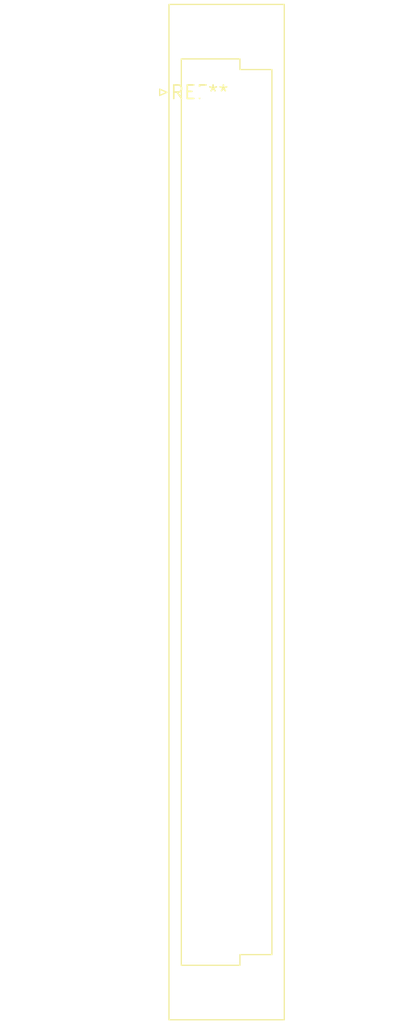
<source format=kicad_pcb>
(kicad_pcb (version 20240108) (generator pcbnew)
  (layers (0 "F.Cu" signal) (31 "B.Cu" signal) (34 "B.Paste" user) (35 "F.Paste" user) (36 "B.SilkS" user "B.Silkscreen") (37 "F.SilkS" user "F.Silkscreen") (38 "B.Mask" user) (39 "F.Mask" user) (44 "Edge.Cuts" user))
  (net 0 "")
  (footprint "DIN41612_C_2x32_Female_Vertical_THT" (layer "F.Cu") (at 0 0)
    (property "Reference" "REF**")
    (property "Value" "DIN41612_C_2x32_Female_Vertical_THT")
    (fp_line (start -3.74 -0.3) (end -3.74 0.3) (layer "F.SilkS") (stroke (width 0.12)))
    (fp_line (start -3.74 0.3) (end -3.06 0) (layer "F.SilkS") (stroke (width 0.12)))
    (fp_line (start -3.06 0) (end -3.74 -0.3) (layer "F.SilkS") (stroke (width 0.12)))
    (fp_line (start -2.87 -8.24) (end 7.95 -8.24) (layer "F.SilkS") (stroke (width 0.12)))
    (fp_line (start -2.87 86.98) (end -2.87 -8.24) (layer "F.SilkS") (stroke (width 0.12)))
    (fp_line (start -1.71 -3.131) (end 3.79 -3.131) (layer "F.SilkS") (stroke (width 0.12)))
    (fp_line (start -1.71 81.87) (end -1.71 -3.131) (layer "F.SilkS") (stroke (width 0.12)))
    (fp_line (start 3.79 -3.131) (end 3.79 -2.131) (layer "F.SilkS") (stroke (width 0.12)))
    (fp_line (start 3.79 -2.131) (end 6.79 -2.131) (layer "F.SilkS") (stroke (width 0.12)))
    (fp_line (start 3.79 80.87) (end 3.79 81.87) (layer "F.SilkS") (stroke (width 0.12)))
    (fp_line (start 3.79 81.87) (end -1.71 81.87) (layer "F.SilkS") (stroke (width 0.12)))
    (fp_line (start 6.79 -2.131) (end 6.79 80.87) (layer "F.SilkS") (stroke (width 0.12)))
    (fp_line (start 6.79 80.87) (end 3.79 80.87) (layer "F.SilkS") (stroke (width 0.12)))
    (fp_line (start 7.95 -8.24) (end 7.95 86.98) (layer "F.SilkS") (stroke (width 0.12)))
    (fp_line (start 7.95 86.98) (end -2.87 86.98) (layer "F.SilkS") (stroke (width 0.12)))
    (pad "" np_thru_hole circle (at 2.24 -5.63) (size 2.85 2.85) (drill 2.85) (layers *.Cu *.Mask))
    (pad "" np_thru_hole circle (at 2.24 84.37) (size 2.85 2.85) (drill 2.85) (layers *.Cu *.Mask))
    (pad "a1" thru_hole roundrect (at 0 0) (size 1.55 1.55) (drill 1) (layers *.Cu *.Mask) (remove_unused_layers) (roundrect_rratio 0.16129))
    (pad "a2" thru_hole circle (at 0 2.54) (size 1.55 1.55) (drill 1) (layers *.Cu *.Mask) (remove_unused_layers))
    (pad "a3" thru_hole circle (at 0 5.08) (size 1.55 1.55) (drill 1) (layers *.Cu *.Mask) (remove_unused_layers))
    (pad "a4" thru_hole circle (at 0 7.62) (size 1.55 1.55) (drill 1) (layers *.Cu *.Mask) (remove_unused_layers))
    (pad "a5" thru_hole circle (at 0 10.16) (size 1.55 1.55) (drill 1) (layers *.Cu *.Mask) (remove_unused_layers))
    (pad "a6" thru_hole circle (at 0 12.7) (size 1.55 1.55) (drill 1) (layers *.Cu *.Mask) (remove_unused_layers))
    (pad "a7" thru_hole circle (at 0 15.24) (size 1.55 1.55) (drill 1) (layers *.Cu *.Mask) (remove_unused_layers))
    (pad "a8" thru_hole circle (at 0 17.78) (size 1.55 1.55) (drill 1) (layers *.Cu *.Mask) (remove_unused_layers))
    (pad "a9" thru_hole circle (at 0 20.32) (size 1.55 1.55) (drill 1) (layers *.Cu *.Mask) (remove_unused_layers))
    (pad "a10" thru_hole circle (at 0 22.86) (size 1.55 1.55) (drill 1) (layers *.Cu *.Mask) (remove_unused_layers))
    (pad "a11" thru_hole circle (at 0 25.4) (size 1.55 1.55) (drill 1) (layers *.Cu *.Mask) (remove_unused_layers))
    (pad "a12" thru_hole circle (at 0 27.94) (size 1.55 1.55) (drill 1) (layers *.Cu *.Mask) (remove_unused_layers))
    (pad "a13" thru_hole circle (at 0 30.48) (size 1.55 1.55) (drill 1) (layers *.Cu *.Mask) (remove_unused_layers))
    (pad "a14" thru_hole circle (at 0 33.02) (size 1.55 1.55) (drill 1) (layers *.Cu *.Mask) (remove_unused_layers))
    (pad "a15" thru_hole circle (at 0 35.56) (size 1.55 1.55) (drill 1) (layers *.Cu *.Mask) (remove_unused_layers))
    (pad "a16" thru_hole circle (at 0 38.1) (size 1.55 1.55) (drill 1) (layers *.Cu *.Mask) (remove_unused_layers))
    (pad "a17" thru_hole circle (at 0 40.64) (size 1.55 1.55) (drill 1) (layers *.Cu *.Mask) (remove_unused_layers))
    (pad "a18" thru_hole circle (at 0 43.18) (size 1.55 1.55) (drill 1) (layers *.Cu *.Mask) (remove_unused_layers))
    (pad "a19" thru_hole circle (at 0 45.72) (size 1.55 1.55) (drill 1) (layers *.Cu *.Mask) (remove_unused_layers))
    (pad "a20" thru_hole circle (at 0 48.26) (size 1.55 1.55) (drill 1) (layers *.Cu *.Mask) (remove_unused_layers))
    (pad "a21" thru_hole circle (at 0 50.8) (size 1.55 1.55) (drill 1) (layers *.Cu *.Mask) (remove_unused_layers))
    (pad "a22" thru_hole circle (at 0 53.34) (size 1.55 1.55) (drill 1) (layers *.Cu *.Mask) (remove_unused_layers))
    (pad "a23" thru_hole circle (at 0 55.88) (size 1.55 1.55) (drill 1) (layers *.Cu *.Mask) (remove_unused_layers))
    (pad "a24" thru_hole circle (at 0 58.42) (size 1.55 1.55) (drill 1) (layers *.Cu *.Mask) (remove_unused_layers))
    (pad "a25" thru_hole circle (at 0 60.96) (size 1.55 1.55) (drill 1) (layers *.Cu *.Mask) (remove_unused_layers))
    (pad "a26" thru_hole circle (at 0 63.5) (size 1.55 1.55) (drill 1) (layers *.Cu *.Mask) (remove_unused_layers))
    (pad "a27" thru_hole circle (at 0 66.04) (size 1.55 1.55) (drill 1) (layers *.Cu *.Mask) (remove_unused_layers))
    (pad "a28" thru_hole circle (at 0 68.58) (size 1.55 1.55) (drill 1) (layers *.Cu *.Mask) (remove_unused_layers))
    (pad "a29" thru_hole circle (at 0 71.12) (size 1.55 1.55) (drill 1) (layers *.Cu *.Mask) (remove_unused_layers))
    (pad "a30" thru_hole circle (at 0 73.66) (size 1.55 1.55) (drill 1) (layers *.Cu *.Mask) (remove_unused_layers))
    (pad "a31" thru_hole circle (at 0 76.2) (size 1.55 1.55) (drill 1) (layers *.Cu *.Mask) (remove_unused_layers))
    (pad "a32" thru_hole circle (at 0 78.74) (size 1.55 1.55) (drill 1) (layers *.Cu *.Mask) (remove_unused_layers))
    (pad "c1" thru_hole circle (at 5.08 0) (size 1.55 1.55) (drill 1) (layers *.Cu *.Mask) (remove_unused_layers))
    (pad "c2" thru_hole circle (at 5.08 2.54) (size 1.55 1.55) (drill 1) (layers *.Cu *.Mask) (remove_unused_layers))
    (pad "c3" thru_hole circle (at 5.08 5.08) (size 1.55 1.55) (drill 1) (layers *.Cu *.Mask) (remove_unused_layers))
    (pad "c4" thru_hole circle (at 5.08 7.62) (size 1.55 1.55) (drill 1) (layers *.Cu *.Mask) (remove_unused_layers))
    (pad "c5" thru_hole circle (at 5.08 10.16) (size 1.55 1.55) (drill 1) (layers *.Cu *.Mask) (remove_unused_layers))
    (pad "c6" thru_hole circle (at 5.08 12.7) (size 1.55 1.55) (drill 1) (layers *.Cu *.Mask) (remove_unused_layers))
    (pad "c7" thru_hole circle (at 5.08 15.24) (size 1.55 1.55) (drill 1) (layers *.Cu *.Mask) (remove_unused_layers))
    (pad "c8" thru_hole circle (at 5.08 17.78) (size 1.55 1.55) (drill 1) (layers *.Cu *.Mask) (remove_unused_layers))
    (pad "c9" thru_hole circle (at 5.08 20.32) (size 1.55 1.55) (drill 1) (layers *.Cu *.Mask) (remove_unused_layers))
    (pad "c10" thru_hole circle (at 5.08 22.86) (size 1.55 1.55) (drill 1) (layers *.Cu *.Mask) (remove_unused_layers))
    (pad "c11" thru_hole circle (at 5.08 25.4) (size 1.55 1.55) (drill 1) (layers *.Cu *.Mask) (remove_unused_layers))
    (pad "c12" thru_hole circle (at 5.08 27.94) (size 1.55 1.55) (drill 1) (layers *.Cu *.Mask) (remove_unused_layers))
    (pad "c13" thru_hole circle (at 5.08 30.48) (size 1.55 1.55) (drill 1) (layers *.Cu *.Mask) (remove_unused_layers))
    (pad "c14" thru_hole circle (at 5.08 33.02) (size 1.55 1.55) (drill 1) (layers *.Cu *.Mask) (remove_unused_layers))
    (pad "c15" thru_hole circle (at 5.08 35.56) (size 1.55 1.55) (drill 1) (layers *.Cu *.Mask) (remove_unused_layers))
    (pad "c16" thru_hole circle (at 5.08 38.1) (size 1.55 1.55) (drill 1) (layers *.Cu *.Mask) (remove_unused_layers))
    (pad "c17" thru_hole circle (at 5.08 40.64) (size 1.55 1.55) (drill 1) (layers *.Cu *.Mask) (remove_unused_layers))
    (pad "c18" thru_hole circle (at 5.08 43.18) (size 1.55 1.55) (drill 1) (layers *.Cu *.Mask) (remove_unused_layers))
    (pad "c19" thru_hole circle (at 5.08 45.72) (size 1.55 1.55) (drill 1) (layers *.Cu *.Mask) (remove_unused_layers))
    (pad "c20" thru_hole circle (at 5.08 48.26) (size 1.55 1.55) (drill 1) (layers *.Cu *.Mask) (remove_unused_layers))
    (pad "c21" thru_hole circle (at 5.08 50.8) (size 1.55 1.55) (drill 1) (layers *.Cu *.Mask) (remove_unused_layers))
    (pad "c22" thru_hole circle (at 5.08 53.34) (size 1.55 1.55) (drill 1) (layers *.Cu *.Mask) (remove_unused_layers))
    (pad "c23" thru_hole circle (at 5.08 55.88) (size 1.55 1.55) (drill 1) (layers *.Cu *.Mask) (remove_unused_layers))
    (pad "c24" thru_hole circle (at 5.08 58.42) (size 1.55 1.55) (drill 1) (layers *.Cu *.Mask) (remove_unused_layers))
    (pad "c25" thru_hole circle (at 5.08 60.96) (size 1.55 1.55) (drill 1) (layers *.Cu *.Mask) (remove_unused_layers))
    (pad "c26" thru_hole circle (at 5.08 63.5) (size 1.55 1.55) (drill 1) (layers *.Cu *.Mask) (remove_unused_layers))
    (pad "c27" thru_hole circle (at 5.08 66.04) (size 1.55 1.55) (drill 1) (layers *.Cu *.Mask) (remove_unused_layers))
    (pad "c28" thru_hole circle (at 5.08 68.58) (size 1.55 1.55) (drill 1) (layers *.Cu *.Mask) (remove_unused_layers))
    (pad "c29" thru_hole circle (at 5.08 71.12) (size 1.55 1.55) (drill 1) (layers *.Cu *.Mask) (remove_unused_layers))
    (pad "c30" thru_hole circle (at 5.08 73.66) (size 1.55 1.55) (drill 1) (layers *.Cu *.Mask) (remove_unused_layers))
    (pad "c31" thru_hole circle (at 5.08 76.2) (size 1.55 1.55) (drill 1) (layers *.Cu *.Mask) (remove_unused_layers))
    (pad "c32" thru_hole circle (at 5.08 78.74) (size 1.55 1.55) (drill 1) (layers *.Cu *.Mask) (remove_unused_layers))
  )
)
</source>
